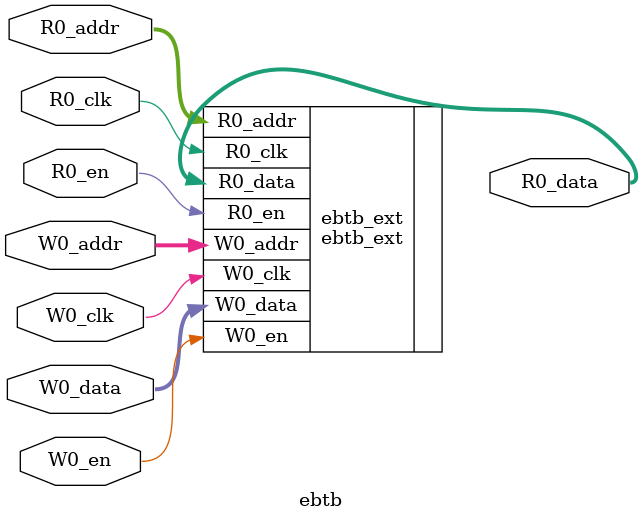
<source format=sv>
`ifndef RANDOMIZE
  `ifdef RANDOMIZE_REG_INIT
    `define RANDOMIZE
  `endif // RANDOMIZE_REG_INIT
`endif // not def RANDOMIZE
`ifndef RANDOMIZE
  `ifdef RANDOMIZE_MEM_INIT
    `define RANDOMIZE
  `endif // RANDOMIZE_MEM_INIT
`endif // not def RANDOMIZE

`ifndef RANDOM
  `define RANDOM $random
`endif // not def RANDOM

// Users can define 'PRINTF_COND' to add an extra gate to prints.
`ifndef PRINTF_COND_
  `ifdef PRINTF_COND
    `define PRINTF_COND_ (`PRINTF_COND)
  `else  // PRINTF_COND
    `define PRINTF_COND_ 1
  `endif // PRINTF_COND
`endif // not def PRINTF_COND_

// Users can define INIT_RANDOM as general code that gets injected into the
// initializer block for modules with registers.
`ifndef INIT_RANDOM
  `define INIT_RANDOM
`endif // not def INIT_RANDOM

// If using random initialization, you can also define RANDOMIZE_DELAY to
// customize the delay used, otherwise 0.002 is used.
`ifndef RANDOMIZE_DELAY
  `define RANDOMIZE_DELAY 0.002
`endif // not def RANDOMIZE_DELAY

// Define INIT_RANDOM_PROLOG_ for use in our modules below.
`ifndef INIT_RANDOM_PROLOG_
  `ifdef RANDOMIZE
    `ifdef VERILATOR
      `define INIT_RANDOM_PROLOG_ `INIT_RANDOM
    `else  // VERILATOR
      `define INIT_RANDOM_PROLOG_ `INIT_RANDOM #`RANDOMIZE_DELAY begin end
    `endif // VERILATOR
  `else  // RANDOMIZE
    `define INIT_RANDOM_PROLOG_
  `endif // RANDOMIZE
`endif // not def INIT_RANDOM_PROLOG_

// Include register initializers in init blocks unless synthesis is set
`ifndef SYNTHESIS
  `ifndef ENABLE_INITIAL_REG_
    `define ENABLE_INITIAL_REG_
  `endif // not def ENABLE_INITIAL_REG_
`endif // not def SYNTHESIS

// Include rmemory initializers in init blocks unless synthesis is set
`ifndef SYNTHESIS
  `ifndef ENABLE_INITIAL_MEM_
    `define ENABLE_INITIAL_MEM_
  `endif // not def ENABLE_INITIAL_MEM_
`endif // not def SYNTHESIS

module ebtb(
  input  [6:0]  R0_addr,
  input         R0_en,
                R0_clk,
  input  [6:0]  W0_addr,
  input         W0_en,
                W0_clk,
  input  [39:0] W0_data,
  output [39:0] R0_data
);

  ebtb_ext ebtb_ext (
    .R0_addr (R0_addr),
    .R0_en   (R0_en),
    .R0_clk  (R0_clk),
    .W0_addr (W0_addr),
    .W0_en   (W0_en),
    .W0_clk  (W0_clk),
    .W0_data (W0_data),
    .R0_data (R0_data)
  );
endmodule


</source>
